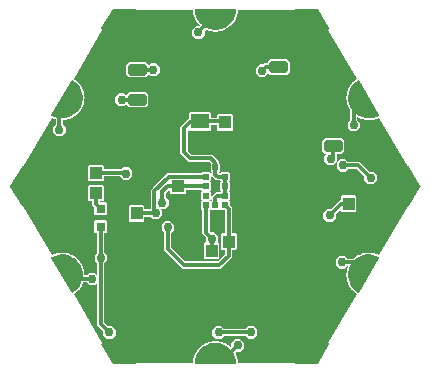
<source format=gbr>
G04 EAGLE Gerber RS-274X export*
G75*
%MOMM*%
%FSLAX34Y34*%
%LPD*%
%INTop Copper*%
%IPPOS*%
%AMOC8*
5,1,8,0,0,1.08239X$1,22.5*%
G01*
%ADD10R,0.800000X0.800000*%
%ADD11R,1.000000X1.100000*%
%ADD12R,1.100000X1.000000*%
%ADD13C,0.499997*%
%ADD14C,1.000000*%
%ADD15R,0.500000X0.500000*%
%ADD16R,1.500000X1.300000*%
%ADD17C,0.756400*%
%ADD18C,0.304800*%

G36*
X278630Y195708D02*
X278630Y195708D01*
X278658Y195706D01*
X278726Y195728D01*
X278797Y195742D01*
X278820Y195758D01*
X278847Y195767D01*
X278902Y195814D01*
X278961Y195855D01*
X278976Y195879D01*
X278998Y195897D01*
X279029Y195962D01*
X279068Y196022D01*
X279073Y196050D01*
X279085Y196076D01*
X279094Y196177D01*
X279101Y196219D01*
X279099Y196229D01*
X279100Y196242D01*
X279043Y196957D01*
X327165Y196957D01*
X327177Y196967D01*
X327176Y196968D01*
X327177Y196969D01*
X327177Y197041D01*
X327242Y197106D01*
X327243Y197110D01*
X327243Y197111D01*
X327246Y197113D01*
X327362Y198517D01*
X327359Y198521D01*
X327361Y198524D01*
X327265Y198684D01*
X327430Y199334D01*
X327429Y199335D01*
X327430Y199336D01*
X327485Y200003D01*
X327627Y200123D01*
X327628Y200128D01*
X327631Y200130D01*
X328000Y201586D01*
X328000Y201587D01*
X328000Y201588D01*
X327998Y201591D01*
X328000Y201594D01*
X327932Y201767D01*
X328201Y202381D01*
X328201Y202382D01*
X328202Y202383D01*
X328366Y203032D01*
X328526Y203127D01*
X328528Y203132D01*
X328531Y203133D01*
X329135Y204509D01*
X329134Y204511D01*
X329135Y204512D01*
X329134Y204514D01*
X329135Y204516D01*
X329097Y204698D01*
X329464Y205259D01*
X329464Y205261D01*
X329465Y205261D01*
X329734Y205874D01*
X329907Y205942D01*
X329909Y205946D01*
X329913Y205947D01*
X330735Y207205D01*
X330734Y207208D01*
X330736Y207210D01*
X330735Y207211D01*
X330737Y207212D01*
X330729Y207398D01*
X331183Y207891D01*
X331183Y207892D01*
X331184Y207892D01*
X331550Y208453D01*
X331733Y208491D01*
X331735Y208495D01*
X331739Y208495D01*
X332757Y209601D01*
X332757Y209605D01*
X332760Y209607D01*
X332783Y209792D01*
X333311Y210203D01*
X333312Y210205D01*
X333313Y210205D01*
X333767Y210698D01*
X333953Y210705D01*
X333956Y210709D01*
X333959Y210708D01*
X335145Y211631D01*
X335146Y211635D01*
X335150Y211637D01*
X335203Y211815D01*
X335792Y212134D01*
X335792Y212136D01*
X335793Y212135D01*
X336322Y212547D01*
X336507Y212524D01*
X336511Y212526D01*
X336514Y212525D01*
X337836Y213240D01*
X337837Y213245D01*
X337841Y213246D01*
X337923Y213413D01*
X338556Y213630D01*
X338557Y213632D01*
X338558Y213631D01*
X339147Y213950D01*
X339326Y213897D01*
X339330Y213899D01*
X339333Y213897D01*
X340754Y214385D01*
X340757Y214389D01*
X340760Y214389D01*
X340868Y214541D01*
X341529Y214651D01*
X341530Y214652D01*
X341531Y214652D01*
X342165Y214869D01*
X342332Y214787D01*
X342336Y214789D01*
X342339Y214786D01*
X343821Y215034D01*
X343824Y215037D01*
X343828Y215037D01*
X343959Y215169D01*
X344629Y215169D01*
X344630Y215170D01*
X344631Y215169D01*
X345292Y215279D01*
X345444Y215171D01*
X345448Y215171D01*
X345451Y215169D01*
X346953Y215169D01*
X346957Y215172D01*
X346960Y215171D01*
X347112Y215279D01*
X347773Y215169D01*
X347774Y215170D01*
X347775Y215169D01*
X348445Y215169D01*
X348576Y215037D01*
X348581Y215037D01*
X348583Y215034D01*
X350065Y214786D01*
X350069Y214789D01*
X350072Y214787D01*
X350239Y214869D01*
X350873Y214652D01*
X350874Y214652D01*
X350875Y214651D01*
X351536Y214541D01*
X351644Y214389D01*
X351648Y214388D01*
X351650Y214385D01*
X353071Y213897D01*
X353075Y213899D01*
X353078Y213897D01*
X353257Y213950D01*
X353846Y213631D01*
X353847Y213631D01*
X353848Y213630D01*
X354481Y213413D01*
X354563Y213246D01*
X354567Y213244D01*
X354568Y213240D01*
X355890Y212525D01*
X355894Y212526D01*
X355897Y212524D01*
X356082Y212547D01*
X356611Y212135D01*
X356612Y212135D01*
X356612Y212134D01*
X357201Y211815D01*
X357254Y211637D01*
X357258Y211634D01*
X357259Y211631D01*
X358445Y210708D01*
X358449Y210708D01*
X358451Y210705D01*
X358637Y210698D01*
X359091Y210205D01*
X359093Y210205D01*
X359093Y210203D01*
X359177Y210138D01*
X359182Y210138D01*
X359184Y210136D01*
X359188Y210139D01*
X359193Y210139D01*
X359599Y210545D01*
X359599Y210549D01*
X359602Y210552D01*
X359601Y210553D01*
X359602Y210554D01*
X359602Y213742D01*
X362711Y216851D01*
X367107Y216851D01*
X370216Y213742D01*
X370216Y209346D01*
X367107Y206237D01*
X363919Y206237D01*
X363915Y206233D01*
X363910Y206234D01*
X362946Y205269D01*
X362945Y205257D01*
X362944Y205254D01*
X363307Y204698D01*
X363269Y204516D01*
X363269Y204515D01*
X363271Y204512D01*
X363269Y204509D01*
X363873Y203133D01*
X363877Y203131D01*
X363878Y203127D01*
X364038Y203032D01*
X364202Y202383D01*
X364203Y202382D01*
X364203Y202381D01*
X364472Y201767D01*
X364404Y201594D01*
X364405Y201591D01*
X364404Y201590D01*
X364405Y201588D01*
X364404Y201586D01*
X364773Y200130D01*
X364777Y200127D01*
X364777Y200123D01*
X364919Y200003D01*
X364974Y199336D01*
X364975Y199335D01*
X364974Y199334D01*
X365139Y198684D01*
X365043Y198524D01*
X365044Y198522D01*
X365043Y198522D01*
X365044Y198521D01*
X365044Y198520D01*
X365042Y198517D01*
X365158Y197113D01*
X365162Y197110D01*
X365162Y197106D01*
X365227Y197041D01*
X365227Y196969D01*
X365237Y196957D01*
X365238Y196958D01*
X365239Y196957D01*
X413361Y196957D01*
X413304Y196242D01*
X413308Y196213D01*
X413303Y196185D01*
X413320Y196116D01*
X413328Y196044D01*
X413343Y196020D01*
X413349Y195992D01*
X413392Y195934D01*
X413428Y195872D01*
X413450Y195855D01*
X413467Y195832D01*
X413529Y195795D01*
X413586Y195752D01*
X413614Y195745D01*
X413638Y195730D01*
X413738Y195714D01*
X413779Y195703D01*
X413789Y195705D01*
X413802Y195703D01*
X432802Y195703D01*
X432878Y195718D01*
X432956Y195727D01*
X432975Y195738D01*
X432997Y195742D01*
X433061Y195786D01*
X433129Y195825D01*
X433145Y195844D01*
X433161Y195855D01*
X433185Y195893D01*
X433235Y195953D01*
X442735Y212453D01*
X442744Y212480D01*
X442760Y212504D01*
X442775Y212574D01*
X442798Y212642D01*
X442795Y212670D01*
X442801Y212698D01*
X442788Y212769D01*
X442782Y212840D01*
X442769Y212865D01*
X442763Y212893D01*
X442723Y212953D01*
X442690Y213016D01*
X442668Y213034D01*
X442652Y213058D01*
X442569Y213116D01*
X442537Y213143D01*
X442526Y213146D01*
X442516Y213153D01*
X441888Y213450D01*
X465940Y255110D01*
X465940Y255113D01*
X465942Y255115D01*
X465939Y255118D01*
X465937Y255126D01*
X465936Y255126D01*
X465936Y255127D01*
X465862Y255169D01*
X465839Y255258D01*
X465834Y255261D01*
X465834Y255265D01*
X464679Y256066D01*
X464675Y256066D01*
X464673Y256068D01*
X464486Y256066D01*
X464007Y256533D01*
X464005Y256533D01*
X464005Y256535D01*
X463455Y256917D01*
X463422Y257100D01*
X463418Y257103D01*
X463418Y257106D01*
X462344Y258153D01*
X462339Y258153D01*
X462338Y258156D01*
X462153Y258184D01*
X461757Y258724D01*
X461756Y258725D01*
X461756Y258726D01*
X461276Y259193D01*
X461273Y259379D01*
X461270Y259383D01*
X461271Y259386D01*
X460384Y260595D01*
X460379Y260596D01*
X460378Y260600D01*
X460201Y260658D01*
X459899Y261256D01*
X459898Y261256D01*
X459898Y261257D01*
X459502Y261797D01*
X459530Y261981D01*
X459527Y261985D01*
X459529Y261989D01*
X458852Y263327D01*
X458848Y263329D01*
X458847Y263332D01*
X458682Y263419D01*
X458483Y264058D01*
X458482Y264059D01*
X458482Y264060D01*
X458180Y264658D01*
X458238Y264835D01*
X458236Y264839D01*
X458238Y264842D01*
X457792Y266274D01*
X457788Y266276D01*
X457787Y266280D01*
X457639Y266392D01*
X457547Y267056D01*
X457546Y267057D01*
X457547Y267058D01*
X457347Y267697D01*
X457434Y267862D01*
X457433Y267863D01*
X457434Y267864D01*
X457433Y267865D01*
X457433Y267866D01*
X457435Y267869D01*
X457230Y269355D01*
X457227Y269358D01*
X457227Y269361D01*
X457099Y269497D01*
X457118Y270166D01*
X457117Y270167D01*
X457118Y270168D01*
X457026Y270832D01*
X457139Y270980D01*
X457138Y270985D01*
X457141Y270987D01*
X457183Y272486D01*
X457180Y272490D01*
X457181Y272493D01*
X457077Y272648D01*
X457206Y273305D01*
X457206Y273306D01*
X457207Y273307D01*
X457225Y273977D01*
X457361Y274105D01*
X457361Y274109D01*
X457364Y274111D01*
X457653Y275582D01*
X457650Y275586D01*
X457652Y275590D01*
X457575Y275759D01*
X457810Y276386D01*
X457810Y276387D01*
X457810Y276388D01*
X457811Y276388D01*
X457940Y277046D01*
X458094Y277150D01*
X458095Y277154D01*
X458099Y277155D01*
X458625Y278559D01*
X458625Y278560D01*
X458624Y278564D01*
X458626Y278567D01*
X458578Y278747D01*
X458592Y278772D01*
X458592Y278774D01*
X458593Y278775D01*
X458594Y278776D01*
X458591Y278780D01*
X458589Y278787D01*
X458585Y278786D01*
X458582Y278790D01*
X457788Y278790D01*
X457783Y278786D01*
X457779Y278786D01*
X455525Y276532D01*
X451128Y276532D01*
X448020Y279640D01*
X448020Y284037D01*
X451128Y287145D01*
X455525Y287145D01*
X457779Y284891D01*
X457785Y284890D01*
X457786Y284888D01*
X457787Y284888D01*
X457788Y284887D01*
X462823Y284887D01*
X462828Y284891D01*
X462832Y284891D01*
X462910Y284986D01*
X463095Y285004D01*
X463098Y285007D01*
X463102Y285006D01*
X464234Y285991D01*
X464234Y285995D01*
X464237Y285997D01*
X464281Y286178D01*
X464852Y286528D01*
X464852Y286530D01*
X464853Y286529D01*
X465359Y286969D01*
X465544Y286956D01*
X465548Y286959D01*
X465551Y286958D01*
X466830Y287742D01*
X466831Y287747D01*
X466834Y287748D01*
X466907Y287919D01*
X467528Y288171D01*
X467528Y288172D01*
X467530Y288172D01*
X468100Y288522D01*
X468281Y288479D01*
X468285Y288481D01*
X468289Y288480D01*
X469678Y289043D01*
X469680Y289047D01*
X469684Y289048D01*
X469784Y289205D01*
X470438Y289351D01*
X470438Y289352D01*
X470439Y289351D01*
X471060Y289603D01*
X471232Y289531D01*
X471236Y289532D01*
X471239Y289530D01*
X472703Y289857D01*
X472705Y289861D01*
X472709Y289861D01*
X472833Y289999D01*
X473502Y290036D01*
X473503Y290037D01*
X473504Y290036D01*
X474158Y290182D01*
X474315Y290082D01*
X474319Y290083D01*
X474320Y290081D01*
X474321Y290081D01*
X474322Y290080D01*
X475819Y290162D01*
X475822Y290165D01*
X475823Y290165D01*
X475826Y290165D01*
X475972Y290281D01*
X476637Y290207D01*
X476638Y290208D01*
X476639Y290207D01*
X477308Y290243D01*
X477447Y290119D01*
X477452Y290119D01*
X477454Y290116D01*
X478944Y289950D01*
X478948Y289953D01*
X478951Y289951D01*
X479114Y290042D01*
X479758Y289859D01*
X479760Y289860D01*
X479760Y289859D01*
X480426Y289785D01*
X480542Y289639D01*
X480547Y289639D01*
X480548Y289635D01*
X481991Y289226D01*
X481995Y289228D01*
X481998Y289227D01*
X482174Y289289D01*
X482779Y289003D01*
X482781Y289004D01*
X482781Y289002D01*
X483426Y288820D01*
X483516Y288657D01*
X483521Y288656D01*
X483522Y288652D01*
X484792Y288052D01*
X484794Y288052D01*
X484795Y288052D01*
X484799Y288052D01*
X484801Y288051D01*
X484890Y288075D01*
X484941Y288045D01*
X484956Y288048D01*
X484956Y288049D01*
X484957Y288049D01*
X509010Y329711D01*
X509618Y329291D01*
X509645Y329280D01*
X509667Y329261D01*
X509736Y329241D01*
X509801Y329213D01*
X509830Y329213D01*
X509858Y329205D01*
X509929Y329213D01*
X510000Y329213D01*
X510027Y329224D01*
X510056Y329227D01*
X510118Y329262D01*
X510183Y329290D01*
X510204Y329310D01*
X510229Y329325D01*
X510292Y329402D01*
X510322Y329432D01*
X510326Y329442D01*
X510335Y329453D01*
X519835Y345953D01*
X519845Y345985D01*
X519854Y345998D01*
X519858Y346022D01*
X519859Y346026D01*
X519890Y346096D01*
X519890Y346120D01*
X519898Y346142D01*
X519892Y346218D01*
X519893Y346295D01*
X519883Y346319D01*
X519882Y346340D01*
X519861Y346379D01*
X519835Y346451D01*
X510335Y362951D01*
X510316Y362973D01*
X510303Y362999D01*
X510250Y363047D01*
X510203Y363100D01*
X510177Y363113D01*
X510156Y363132D01*
X510088Y363155D01*
X510024Y363186D01*
X509995Y363188D01*
X509968Y363197D01*
X509896Y363192D01*
X509825Y363195D01*
X509798Y363185D01*
X509769Y363183D01*
X509679Y363141D01*
X509639Y363126D01*
X509631Y363119D01*
X509618Y363113D01*
X509010Y362693D01*
X484957Y404355D01*
X484949Y404357D01*
X484948Y404359D01*
X484945Y404359D01*
X484942Y404360D01*
X484942Y404359D01*
X484941Y404359D01*
X484890Y404329D01*
X484801Y404353D01*
X484796Y404351D01*
X484792Y404352D01*
X483522Y403752D01*
X483520Y403748D01*
X483516Y403747D01*
X483426Y403584D01*
X482781Y403402D01*
X482780Y403400D01*
X482779Y403401D01*
X482174Y403115D01*
X481998Y403177D01*
X481997Y403177D01*
X481992Y403177D01*
X481991Y403178D01*
X480548Y402769D01*
X480546Y402765D01*
X480542Y402765D01*
X480426Y402619D01*
X479760Y402545D01*
X479760Y402544D01*
X479759Y402544D01*
X479758Y402545D01*
X479114Y402362D01*
X478951Y402453D01*
X478947Y402452D01*
X478944Y402454D01*
X477454Y402288D01*
X477451Y402285D01*
X477447Y402285D01*
X477308Y402161D01*
X476639Y402197D01*
X476638Y402196D01*
X476637Y402197D01*
X475972Y402123D01*
X475826Y402239D01*
X475822Y402239D01*
X475819Y402242D01*
X474322Y402324D01*
X474318Y402321D01*
X474315Y402322D01*
X474158Y402222D01*
X473504Y402368D01*
X473503Y402367D01*
X473502Y402368D01*
X472833Y402405D01*
X472709Y402543D01*
X472704Y402544D01*
X472703Y402547D01*
X471239Y402874D01*
X471235Y402872D01*
X471232Y402873D01*
X471060Y402801D01*
X470439Y403053D01*
X470438Y403052D01*
X470438Y403053D01*
X469784Y403199D01*
X469684Y403356D01*
X469680Y403358D01*
X469678Y403361D01*
X468289Y403924D01*
X468284Y403923D01*
X468281Y403925D01*
X468100Y403882D01*
X467530Y404232D01*
X467528Y404232D01*
X467528Y404233D01*
X466907Y404485D01*
X466834Y404656D01*
X466830Y404658D01*
X466829Y404662D01*
X466442Y404900D01*
X466439Y404899D01*
X466437Y404901D01*
X466433Y404898D01*
X466426Y404897D01*
X466427Y404892D01*
X466424Y404889D01*
X466424Y402479D01*
X466427Y402475D01*
X466427Y402471D01*
X468682Y400216D01*
X468682Y395820D01*
X465573Y392711D01*
X461177Y392711D01*
X458068Y395820D01*
X458068Y400216D01*
X460323Y402471D01*
X460323Y402476D01*
X460326Y402479D01*
X460326Y410547D01*
X460323Y410551D01*
X460323Y410555D01*
X460058Y410876D01*
X460076Y411061D01*
X460074Y411065D01*
X460075Y411068D01*
X459324Y412367D01*
X459320Y412368D01*
X459319Y412371D01*
X459149Y412448D01*
X458914Y413076D01*
X458913Y413076D01*
X458913Y413078D01*
X458578Y413657D01*
X458626Y413837D01*
X458624Y413841D01*
X458625Y413845D01*
X458099Y415249D01*
X458095Y415251D01*
X458094Y415254D01*
X457940Y415358D01*
X457811Y416016D01*
X457810Y416017D01*
X457810Y416018D01*
X457575Y416645D01*
X457652Y416814D01*
X457651Y416819D01*
X457652Y416820D01*
X457652Y416821D01*
X457653Y416822D01*
X457364Y418293D01*
X457361Y418296D01*
X457361Y418299D01*
X457225Y418427D01*
X457207Y419097D01*
X457206Y419098D01*
X457206Y419099D01*
X457077Y419756D01*
X457181Y419911D01*
X457181Y419915D01*
X457183Y419918D01*
X457141Y421417D01*
X457138Y421420D01*
X457139Y421424D01*
X457026Y421572D01*
X457118Y422236D01*
X457117Y422237D01*
X457118Y422238D01*
X457099Y422907D01*
X457227Y423043D01*
X457227Y423047D01*
X457230Y423049D01*
X457435Y424535D01*
X457433Y424539D01*
X457434Y424542D01*
X457347Y424707D01*
X457547Y425346D01*
X457546Y425348D01*
X457547Y425348D01*
X457639Y426012D01*
X457787Y426124D01*
X457788Y426129D01*
X457792Y426130D01*
X458238Y427562D01*
X458238Y427563D01*
X458239Y427564D01*
X458236Y427566D01*
X458238Y427569D01*
X458180Y427746D01*
X458482Y428344D01*
X458482Y428345D01*
X458483Y428346D01*
X458682Y428985D01*
X458847Y429072D01*
X458849Y429076D01*
X458852Y429077D01*
X459529Y430415D01*
X459528Y430417D01*
X459529Y430417D01*
X459528Y430418D01*
X459527Y430420D01*
X459530Y430423D01*
X459502Y430607D01*
X459898Y431147D01*
X459898Y431148D01*
X459899Y431148D01*
X460201Y431746D01*
X460378Y431804D01*
X460380Y431808D01*
X460384Y431809D01*
X461271Y433018D01*
X461271Y433022D01*
X461273Y433025D01*
X461276Y433211D01*
X461756Y433678D01*
X461756Y433680D01*
X461757Y433680D01*
X462153Y434220D01*
X462338Y434248D01*
X462340Y434251D01*
X462344Y434251D01*
X463418Y435298D01*
X463419Y435302D01*
X463422Y435304D01*
X463455Y435487D01*
X464005Y435869D01*
X464005Y435871D01*
X464006Y435871D01*
X464486Y436338D01*
X464673Y436336D01*
X464676Y436339D01*
X464679Y436338D01*
X465834Y437139D01*
X465835Y437144D01*
X465839Y437146D01*
X465862Y437235D01*
X465936Y437277D01*
X465941Y437292D01*
X465940Y437293D01*
X465940Y437294D01*
X441888Y478954D01*
X442516Y479251D01*
X442538Y479268D01*
X442565Y479278D01*
X442617Y479327D01*
X442675Y479370D01*
X442689Y479395D01*
X442710Y479414D01*
X442739Y479480D01*
X442775Y479542D01*
X442778Y479570D01*
X442790Y479596D01*
X442791Y479668D01*
X442800Y479739D01*
X442792Y479766D01*
X442793Y479795D01*
X442757Y479890D01*
X442746Y479930D01*
X442739Y479939D01*
X442735Y479951D01*
X433235Y496451D01*
X433183Y496510D01*
X433137Y496572D01*
X433118Y496583D01*
X433103Y496600D01*
X433033Y496634D01*
X432966Y496674D01*
X432942Y496678D01*
X432924Y496686D01*
X432879Y496688D01*
X432802Y496701D01*
X413802Y496701D01*
X413774Y496696D01*
X413746Y496698D01*
X413678Y496676D01*
X413607Y496662D01*
X413584Y496646D01*
X413557Y496637D01*
X413502Y496590D01*
X413443Y496549D01*
X413428Y496525D01*
X413407Y496507D01*
X413375Y496442D01*
X413336Y496382D01*
X413331Y496354D01*
X413319Y496328D01*
X413310Y496227D01*
X413303Y496185D01*
X413305Y496175D01*
X413304Y496162D01*
X413361Y495447D01*
X365239Y495447D01*
X365227Y495437D01*
X365228Y495436D01*
X365227Y495435D01*
X365227Y495363D01*
X365162Y495298D01*
X365161Y495293D01*
X365158Y495291D01*
X365042Y493887D01*
X365045Y493883D01*
X365043Y493880D01*
X365139Y493720D01*
X364974Y493070D01*
X364975Y493069D01*
X364974Y493068D01*
X364919Y492401D01*
X364777Y492281D01*
X364776Y492276D01*
X364773Y492274D01*
X364404Y490818D01*
X364406Y490813D01*
X364404Y490810D01*
X364472Y490637D01*
X364203Y490023D01*
X364203Y490022D01*
X364202Y490021D01*
X364038Y489372D01*
X363878Y489277D01*
X363876Y489272D01*
X363873Y489271D01*
X363269Y487895D01*
X363271Y487891D01*
X363269Y487888D01*
X363307Y487706D01*
X362940Y487145D01*
X362941Y487143D01*
X362939Y487143D01*
X362670Y486530D01*
X362497Y486462D01*
X362495Y486458D01*
X362491Y486457D01*
X361669Y485199D01*
X361670Y485195D01*
X361667Y485192D01*
X361675Y485006D01*
X361221Y484513D01*
X361221Y484512D01*
X361220Y484512D01*
X360854Y483951D01*
X360671Y483913D01*
X360669Y483909D01*
X360665Y483909D01*
X359647Y482803D01*
X359647Y482799D01*
X359644Y482797D01*
X359621Y482612D01*
X359093Y482201D01*
X359092Y482199D01*
X359091Y482199D01*
X358637Y481706D01*
X358530Y481702D01*
X358451Y481699D01*
X358448Y481696D01*
X358445Y481696D01*
X357259Y480773D01*
X357258Y480769D01*
X357254Y480767D01*
X357201Y480589D01*
X356612Y480270D01*
X356612Y480268D01*
X356611Y480269D01*
X356082Y479857D01*
X355897Y479880D01*
X355893Y479878D01*
X355890Y479879D01*
X354568Y479164D01*
X354567Y479159D01*
X354563Y479158D01*
X354481Y478991D01*
X353848Y478774D01*
X353847Y478772D01*
X353846Y478773D01*
X353257Y478454D01*
X353078Y478507D01*
X353074Y478505D01*
X353071Y478507D01*
X351650Y478019D01*
X351647Y478015D01*
X351644Y478015D01*
X351536Y477863D01*
X350875Y477753D01*
X350874Y477752D01*
X350873Y477752D01*
X350239Y477535D01*
X350072Y477617D01*
X350068Y477615D01*
X350065Y477618D01*
X348583Y477370D01*
X348580Y477367D01*
X348576Y477367D01*
X348445Y477235D01*
X347775Y477235D01*
X347773Y477234D01*
X347773Y477235D01*
X347112Y477125D01*
X346960Y477233D01*
X346956Y477233D01*
X346953Y477235D01*
X345451Y477235D01*
X345447Y477232D01*
X345444Y477233D01*
X345292Y477125D01*
X344631Y477235D01*
X344630Y477234D01*
X344629Y477235D01*
X343959Y477235D01*
X343828Y477367D01*
X343823Y477367D01*
X343821Y477370D01*
X342339Y477618D01*
X342335Y477615D01*
X342332Y477617D01*
X342165Y477535D01*
X341531Y477752D01*
X341530Y477752D01*
X341529Y477753D01*
X340868Y477863D01*
X340760Y478015D01*
X340756Y478016D01*
X340754Y478019D01*
X339333Y478507D01*
X339329Y478505D01*
X339326Y478507D01*
X339147Y478454D01*
X338558Y478773D01*
X338557Y478773D01*
X338556Y478774D01*
X338395Y478829D01*
X338388Y478826D01*
X338383Y478826D01*
X337085Y477528D01*
X337085Y477522D01*
X337082Y477520D01*
X337082Y474331D01*
X333973Y471223D01*
X329577Y471223D01*
X326468Y474331D01*
X326468Y478728D01*
X329577Y481836D01*
X332765Y481836D01*
X332769Y481840D01*
X332773Y481840D01*
X333202Y482268D01*
X333203Y482272D01*
X333204Y482273D01*
X333203Y482275D01*
X333203Y482284D01*
X333201Y482284D01*
X333201Y482286D01*
X332783Y482612D01*
X332760Y482797D01*
X332756Y482800D01*
X332757Y482803D01*
X331739Y483909D01*
X331734Y483910D01*
X331733Y483913D01*
X331550Y483951D01*
X331184Y484512D01*
X331183Y484512D01*
X331183Y484513D01*
X330729Y485006D01*
X330737Y485192D01*
X330734Y485196D01*
X330735Y485199D01*
X329913Y486457D01*
X329908Y486458D01*
X329907Y486462D01*
X329734Y486530D01*
X329465Y487143D01*
X329463Y487144D01*
X329464Y487145D01*
X329097Y487706D01*
X329135Y487888D01*
X329133Y487892D01*
X329135Y487895D01*
X328531Y489271D01*
X328527Y489273D01*
X328526Y489277D01*
X328366Y489372D01*
X328202Y490021D01*
X328201Y490022D01*
X328201Y490023D01*
X327932Y490637D01*
X328000Y490810D01*
X327998Y490815D01*
X328000Y490818D01*
X327631Y492274D01*
X327627Y492277D01*
X327627Y492281D01*
X327485Y492401D01*
X327430Y493068D01*
X327429Y493069D01*
X327430Y493070D01*
X327265Y493720D01*
X327361Y493880D01*
X327360Y493884D01*
X327362Y493887D01*
X327246Y495291D01*
X327242Y495294D01*
X327242Y495298D01*
X327177Y495363D01*
X327177Y495435D01*
X327167Y495447D01*
X327166Y495446D01*
X327165Y495447D01*
X279043Y495447D01*
X279100Y496162D01*
X279096Y496191D01*
X279101Y496219D01*
X279084Y496288D01*
X279076Y496360D01*
X279062Y496384D01*
X279055Y496412D01*
X279012Y496470D01*
X278977Y496532D01*
X278954Y496549D01*
X278937Y496572D01*
X278875Y496609D01*
X278818Y496652D01*
X278790Y496659D01*
X278766Y496674D01*
X278666Y496690D01*
X278625Y496701D01*
X278615Y496699D01*
X278602Y496701D01*
X259602Y496701D01*
X259526Y496686D01*
X259448Y496677D01*
X259429Y496666D01*
X259407Y496662D01*
X259343Y496618D01*
X259275Y496579D01*
X259259Y496560D01*
X259243Y496549D01*
X259219Y496511D01*
X259169Y496451D01*
X249669Y479951D01*
X249660Y479924D01*
X249644Y479900D01*
X249629Y479830D01*
X249606Y479762D01*
X249609Y479734D01*
X249603Y479706D01*
X249617Y479636D01*
X249622Y479564D01*
X249635Y479539D01*
X249641Y479511D01*
X249681Y479451D01*
X249714Y479388D01*
X249736Y479370D01*
X249752Y479346D01*
X249835Y479288D01*
X249867Y479261D01*
X249878Y479258D01*
X249889Y479251D01*
X250516Y478954D01*
X226464Y437294D01*
X226467Y437278D01*
X226468Y437278D01*
X226468Y437277D01*
X226542Y437235D01*
X226565Y437146D01*
X226570Y437143D01*
X226570Y437139D01*
X227725Y436338D01*
X227729Y436338D01*
X227731Y436336D01*
X227918Y436338D01*
X228398Y435871D01*
X228399Y435871D01*
X228399Y435869D01*
X228949Y435487D01*
X228982Y435304D01*
X228986Y435301D01*
X228986Y435298D01*
X230060Y434251D01*
X230065Y434251D01*
X230066Y434248D01*
X230251Y434220D01*
X230647Y433680D01*
X230648Y433679D01*
X230648Y433678D01*
X231128Y433211D01*
X231131Y433025D01*
X231134Y433021D01*
X231133Y433018D01*
X232020Y431809D01*
X232025Y431808D01*
X232026Y431804D01*
X232203Y431746D01*
X232505Y431148D01*
X232506Y431148D01*
X232506Y431147D01*
X232902Y430607D01*
X232874Y430423D01*
X232876Y430420D01*
X232875Y430420D01*
X232877Y430419D01*
X232875Y430415D01*
X233552Y429077D01*
X233556Y429075D01*
X233557Y429072D01*
X233722Y428985D01*
X233921Y428346D01*
X233922Y428345D01*
X233922Y428344D01*
X234224Y427746D01*
X234166Y427569D01*
X234166Y427568D01*
X234165Y427567D01*
X234167Y427565D01*
X234166Y427562D01*
X234612Y426130D01*
X234616Y426128D01*
X234617Y426124D01*
X234765Y426012D01*
X234857Y425348D01*
X234858Y425347D01*
X234857Y425346D01*
X235057Y424707D01*
X234970Y424542D01*
X234971Y424538D01*
X234969Y424535D01*
X235174Y423049D01*
X235177Y423046D01*
X235177Y423043D01*
X235305Y422907D01*
X235286Y422238D01*
X235287Y422237D01*
X235286Y422236D01*
X235378Y421572D01*
X235265Y421424D01*
X235266Y421421D01*
X235264Y421419D01*
X235264Y421418D01*
X235263Y421417D01*
X235221Y419918D01*
X235224Y419914D01*
X235223Y419911D01*
X235327Y419756D01*
X235198Y419099D01*
X235198Y419098D01*
X235197Y419097D01*
X235179Y418427D01*
X235043Y418299D01*
X235043Y418295D01*
X235040Y418293D01*
X234751Y416822D01*
X234754Y416818D01*
X234752Y416814D01*
X234829Y416645D01*
X234594Y416018D01*
X234594Y416016D01*
X234593Y416016D01*
X234464Y415358D01*
X234310Y415254D01*
X234309Y415250D01*
X234305Y415249D01*
X233779Y413845D01*
X233780Y413840D01*
X233780Y413839D01*
X233779Y413839D01*
X233779Y413838D01*
X233778Y413837D01*
X233826Y413657D01*
X233491Y413078D01*
X233491Y413076D01*
X233490Y413076D01*
X233255Y412448D01*
X233085Y412371D01*
X233083Y412367D01*
X233080Y412367D01*
X232329Y411068D01*
X232330Y411064D01*
X232328Y411061D01*
X232346Y410876D01*
X231919Y410359D01*
X231919Y410358D01*
X231918Y410358D01*
X231583Y409778D01*
X231403Y409729D01*
X231400Y409726D01*
X231397Y409726D01*
X230443Y408569D01*
X230443Y408565D01*
X230440Y408562D01*
X230427Y408376D01*
X229922Y407937D01*
X229921Y407935D01*
X229920Y407935D01*
X229494Y407418D01*
X229309Y407400D01*
X229306Y407397D01*
X229302Y407398D01*
X228170Y406413D01*
X228170Y406409D01*
X228167Y406407D01*
X228123Y406226D01*
X227552Y405876D01*
X227552Y405874D01*
X227551Y405875D01*
X227045Y405435D01*
X226860Y405448D01*
X226856Y405445D01*
X226853Y405446D01*
X225574Y404662D01*
X225573Y404657D01*
X225570Y404656D01*
X225497Y404485D01*
X224876Y404233D01*
X224876Y404232D01*
X224874Y404232D01*
X224304Y403882D01*
X224123Y403925D01*
X224119Y403923D01*
X224115Y403924D01*
X222726Y403361D01*
X222724Y403357D01*
X222720Y403356D01*
X222620Y403199D01*
X221966Y403053D01*
X221966Y403052D01*
X221965Y403053D01*
X221344Y402801D01*
X221172Y402873D01*
X221168Y402872D01*
X221165Y402874D01*
X219701Y402547D01*
X219699Y402543D01*
X219695Y402543D01*
X219571Y402405D01*
X218902Y402368D01*
X218901Y402367D01*
X218900Y402368D01*
X218246Y402222D01*
X218089Y402322D01*
X218084Y402321D01*
X218082Y402324D01*
X217068Y402268D01*
X217056Y402257D01*
X217057Y402257D01*
X217056Y402256D01*
X217056Y398771D01*
X217060Y398766D01*
X217060Y398762D01*
X219314Y396508D01*
X219314Y392111D01*
X216206Y389003D01*
X211810Y389003D01*
X208701Y392111D01*
X208701Y396508D01*
X210955Y398762D01*
X210956Y398768D01*
X210959Y398771D01*
X210959Y403014D01*
X210952Y403022D01*
X210950Y403025D01*
X210413Y403178D01*
X210412Y403177D01*
X210407Y403177D01*
X210406Y403177D01*
X210230Y403115D01*
X209625Y403401D01*
X209623Y403400D01*
X209623Y403402D01*
X208978Y403584D01*
X208888Y403747D01*
X208883Y403748D01*
X208882Y403752D01*
X207612Y404352D01*
X207607Y404351D01*
X207603Y404353D01*
X207514Y404329D01*
X207463Y404359D01*
X207461Y404359D01*
X207460Y404359D01*
X207456Y404359D01*
X207454Y404357D01*
X207448Y404356D01*
X207448Y404355D01*
X207447Y404355D01*
X183394Y362693D01*
X182786Y363113D01*
X182759Y363124D01*
X182737Y363143D01*
X182668Y363163D01*
X182603Y363191D01*
X182574Y363191D01*
X182546Y363199D01*
X182475Y363191D01*
X182404Y363192D01*
X182377Y363180D01*
X182348Y363177D01*
X182286Y363142D01*
X182221Y363114D01*
X182200Y363094D01*
X182175Y363079D01*
X182112Y363002D01*
X182082Y362972D01*
X182078Y362962D01*
X182069Y362951D01*
X172569Y346451D01*
X172545Y346378D01*
X172514Y346308D01*
X172514Y346284D01*
X172506Y346262D01*
X172513Y346186D01*
X172512Y346109D01*
X172521Y346085D01*
X172522Y346064D01*
X172543Y346025D01*
X172562Y345973D01*
X172563Y345967D01*
X172565Y345965D01*
X172569Y345953D01*
X182069Y329453D01*
X182088Y329431D01*
X182101Y329405D01*
X182154Y329357D01*
X182201Y329304D01*
X182227Y329291D01*
X182249Y329272D01*
X182316Y329249D01*
X182380Y329218D01*
X182409Y329217D01*
X182436Y329207D01*
X182508Y329212D01*
X182579Y329209D01*
X182606Y329219D01*
X182635Y329221D01*
X182725Y329263D01*
X182765Y329278D01*
X182773Y329285D01*
X182786Y329291D01*
X183394Y329711D01*
X207447Y288049D01*
X207462Y288044D01*
X207462Y288045D01*
X207463Y288045D01*
X207514Y288075D01*
X207603Y288051D01*
X207605Y288052D01*
X207609Y288052D01*
X207610Y288052D01*
X207612Y288052D01*
X208882Y288652D01*
X208884Y288656D01*
X208888Y288657D01*
X208978Y288820D01*
X209623Y289002D01*
X209624Y289004D01*
X209625Y289003D01*
X210230Y289289D01*
X210406Y289227D01*
X210410Y289228D01*
X210413Y289226D01*
X211856Y289635D01*
X211858Y289639D01*
X211862Y289639D01*
X211978Y289785D01*
X212644Y289859D01*
X212645Y289860D01*
X212646Y289859D01*
X213290Y290042D01*
X213453Y289951D01*
X213457Y289952D01*
X213460Y289950D01*
X214950Y290116D01*
X214953Y290119D01*
X214957Y290119D01*
X215096Y290243D01*
X215765Y290207D01*
X215766Y290208D01*
X215767Y290207D01*
X216432Y290281D01*
X216578Y290165D01*
X216582Y290165D01*
X216585Y290162D01*
X218082Y290080D01*
X218083Y290081D01*
X218084Y290081D01*
X218086Y290083D01*
X218089Y290082D01*
X218246Y290182D01*
X218900Y290036D01*
X218901Y290037D01*
X218902Y290036D01*
X219571Y289999D01*
X219695Y289861D01*
X219700Y289860D01*
X219701Y289857D01*
X221165Y289530D01*
X221169Y289532D01*
X221172Y289531D01*
X221344Y289603D01*
X221965Y289351D01*
X221966Y289352D01*
X221966Y289351D01*
X222620Y289205D01*
X222720Y289048D01*
X222724Y289046D01*
X222726Y289043D01*
X224115Y288480D01*
X224120Y288481D01*
X224123Y288479D01*
X224304Y288522D01*
X224874Y288172D01*
X224876Y288172D01*
X224876Y288171D01*
X225497Y287919D01*
X225570Y287748D01*
X225574Y287746D01*
X225575Y287742D01*
X226853Y286958D01*
X226857Y286959D01*
X226860Y286956D01*
X227045Y286969D01*
X227551Y286529D01*
X227552Y286529D01*
X227552Y286528D01*
X228123Y286178D01*
X228167Y285997D01*
X228170Y285994D01*
X228171Y285991D01*
X229302Y285006D01*
X229307Y285006D01*
X229309Y285004D01*
X229494Y284986D01*
X229920Y284469D01*
X229922Y284469D01*
X229922Y284467D01*
X230427Y284028D01*
X230440Y283842D01*
X230443Y283839D01*
X230443Y283835D01*
X231397Y282678D01*
X231401Y282678D01*
X231403Y282674D01*
X231583Y282626D01*
X231918Y282046D01*
X231920Y282046D01*
X231919Y282045D01*
X232346Y281528D01*
X232328Y281343D01*
X232330Y281339D01*
X232329Y281336D01*
X233080Y280037D01*
X233084Y280036D01*
X233085Y280033D01*
X233255Y279956D01*
X233490Y279328D01*
X233491Y279328D01*
X233491Y279326D01*
X233826Y278747D01*
X233778Y278567D01*
X233780Y278564D01*
X233779Y278563D01*
X233780Y278562D01*
X233779Y278559D01*
X234305Y277155D01*
X234309Y277153D01*
X234310Y277150D01*
X234464Y277046D01*
X234593Y276388D01*
X234594Y276387D01*
X234594Y276386D01*
X234829Y275759D01*
X234752Y275590D01*
X234753Y275585D01*
X234751Y275582D01*
X235040Y274111D01*
X235043Y274108D01*
X235043Y274105D01*
X235179Y273977D01*
X235197Y273307D01*
X235198Y273306D01*
X235198Y273305D01*
X235327Y272648D01*
X235223Y272493D01*
X235223Y272489D01*
X235221Y272487D01*
X235221Y272486D01*
X235263Y270987D01*
X235266Y270984D01*
X235265Y270980D01*
X235271Y270973D01*
X235278Y270971D01*
X235281Y270968D01*
X237398Y270968D01*
X237402Y270972D01*
X237406Y270971D01*
X239661Y273226D01*
X244057Y273226D01*
X246118Y271165D01*
X246122Y271165D01*
X246125Y271162D01*
X246128Y271165D01*
X246133Y271164D01*
X246134Y271170D01*
X246138Y271174D01*
X246138Y281149D01*
X246134Y281153D01*
X246134Y281157D01*
X243880Y283412D01*
X243880Y287808D01*
X246046Y289974D01*
X246046Y289979D01*
X246049Y289982D01*
X246049Y306635D01*
X246039Y306647D01*
X246038Y306646D01*
X246037Y306647D01*
X244466Y306647D01*
X243573Y307540D01*
X243573Y316803D01*
X244466Y317696D01*
X253729Y317696D01*
X254623Y316803D01*
X254623Y307540D01*
X253729Y306647D01*
X252159Y306647D01*
X252147Y306637D01*
X252147Y306636D01*
X252147Y306635D01*
X252147Y290160D01*
X252150Y290156D01*
X252150Y290151D01*
X254493Y287808D01*
X254493Y283412D01*
X252239Y281157D01*
X252239Y281153D01*
X252239Y281152D01*
X252235Y281149D01*
X252235Y231252D01*
X252239Y231248D01*
X252239Y231244D01*
X255503Y227979D01*
X255509Y227979D01*
X255512Y227976D01*
X258700Y227976D01*
X261809Y224867D01*
X261809Y220471D01*
X258700Y217362D01*
X254304Y217362D01*
X251195Y220471D01*
X251195Y223659D01*
X251191Y223664D01*
X251192Y223668D01*
X246138Y228721D01*
X246138Y264665D01*
X246135Y264668D01*
X246135Y264672D01*
X246131Y264672D01*
X246128Y264677D01*
X246123Y264673D01*
X246118Y264673D01*
X244057Y262612D01*
X239661Y262612D01*
X237406Y264867D01*
X237401Y264867D01*
X237399Y264869D01*
X237398Y264870D01*
X234183Y264870D01*
X234176Y264864D01*
X234172Y264862D01*
X234166Y264842D01*
X234168Y264838D01*
X234166Y264835D01*
X234224Y264658D01*
X233922Y264060D01*
X233922Y264059D01*
X233921Y264058D01*
X233722Y263419D01*
X233557Y263332D01*
X233555Y263328D01*
X233552Y263327D01*
X232875Y261989D01*
X232877Y261984D01*
X232874Y261981D01*
X232902Y261797D01*
X232506Y261257D01*
X232506Y261256D01*
X232505Y261256D01*
X232203Y260658D01*
X232026Y260600D01*
X232024Y260596D01*
X232020Y260595D01*
X231133Y259386D01*
X231133Y259382D01*
X231131Y259379D01*
X231128Y259193D01*
X230648Y258726D01*
X230648Y258724D01*
X230647Y258724D01*
X230251Y258184D01*
X230066Y258156D01*
X230064Y258153D01*
X230060Y258153D01*
X228986Y257106D01*
X228985Y257102D01*
X228984Y257101D01*
X228982Y257100D01*
X228949Y256917D01*
X228399Y256535D01*
X228399Y256533D01*
X228397Y256533D01*
X227918Y256066D01*
X227731Y256068D01*
X227728Y256065D01*
X227725Y256066D01*
X226570Y255265D01*
X226569Y255260D01*
X226565Y255258D01*
X226542Y255169D01*
X226468Y255127D01*
X226466Y255121D01*
X226462Y255118D01*
X226464Y255115D01*
X226463Y255112D01*
X226464Y255111D01*
X226464Y255110D01*
X250516Y213450D01*
X249889Y213153D01*
X249866Y213136D01*
X249839Y213126D01*
X249787Y213077D01*
X249729Y213034D01*
X249715Y213009D01*
X249694Y212990D01*
X249665Y212924D01*
X249629Y212862D01*
X249626Y212834D01*
X249614Y212808D01*
X249613Y212736D01*
X249604Y212665D01*
X249612Y212638D01*
X249612Y212609D01*
X249647Y212514D01*
X249658Y212474D01*
X249665Y212465D01*
X249669Y212453D01*
X259169Y195953D01*
X259221Y195895D01*
X259267Y195832D01*
X259286Y195821D01*
X259301Y195804D01*
X259371Y195770D01*
X259438Y195730D01*
X259463Y195726D01*
X259480Y195718D01*
X259525Y195716D01*
X259602Y195703D01*
X278602Y195703D01*
X278630Y195708D01*
G37*
%LPC*%
G36*
X318282Y276529D02*
X318282Y276529D01*
X302831Y291980D01*
X302831Y307057D01*
X302827Y307061D01*
X302827Y307066D01*
X300573Y309320D01*
X300573Y313716D01*
X303681Y316825D01*
X308078Y316825D01*
X311186Y313716D01*
X311186Y309320D01*
X308932Y307066D01*
X308931Y307060D01*
X308928Y307058D01*
X308929Y307057D01*
X308928Y307057D01*
X308928Y294511D01*
X308932Y294507D01*
X308932Y294502D01*
X320804Y282630D01*
X320810Y282630D01*
X320812Y282627D01*
X348262Y282627D01*
X348266Y282630D01*
X348270Y282630D01*
X354487Y288847D01*
X354488Y288853D01*
X354491Y288856D01*
X354491Y292379D01*
X354480Y292390D01*
X354479Y292390D01*
X351908Y292390D01*
X351015Y293284D01*
X351015Y305547D01*
X351908Y306440D01*
X354479Y306440D01*
X354491Y306450D01*
X354490Y306451D01*
X354491Y306452D01*
X354491Y325724D01*
X354487Y325728D01*
X354487Y325732D01*
X353906Y326313D01*
X353900Y326314D01*
X353898Y326317D01*
X351058Y326317D01*
X350198Y327177D01*
X350182Y327178D01*
X350182Y327177D01*
X350181Y327177D01*
X349321Y326317D01*
X343058Y326317D01*
X342198Y327177D01*
X342182Y327178D01*
X342182Y327177D01*
X342181Y327177D01*
X341321Y326317D01*
X341250Y326317D01*
X341238Y326307D01*
X341239Y326306D01*
X341238Y326305D01*
X341238Y308213D01*
X341242Y308209D01*
X341242Y308205D01*
X342143Y307304D01*
X342148Y307303D01*
X342151Y307300D01*
X345339Y307300D01*
X348448Y304191D01*
X348448Y299795D01*
X347455Y298802D01*
X347455Y298798D01*
X347453Y298797D01*
X347452Y298795D01*
X347454Y298792D01*
X347454Y298786D01*
X347460Y298786D01*
X347463Y298782D01*
X348650Y298782D01*
X349543Y297889D01*
X349543Y285626D01*
X348650Y284732D01*
X337386Y284732D01*
X336493Y285625D01*
X336493Y297889D01*
X337386Y298782D01*
X338819Y298782D01*
X338822Y298785D01*
X338826Y298784D01*
X338827Y298789D01*
X338831Y298792D01*
X338827Y298797D01*
X338828Y298802D01*
X337835Y299795D01*
X337835Y302984D01*
X337831Y302988D01*
X337831Y302992D01*
X335141Y305682D01*
X335141Y326305D01*
X335130Y326317D01*
X335129Y326316D01*
X335129Y326317D01*
X335058Y326317D01*
X334165Y327210D01*
X334165Y333473D01*
X335025Y334333D01*
X335026Y334349D01*
X335024Y334349D01*
X335025Y334350D01*
X334165Y335210D01*
X334165Y341473D01*
X335025Y342333D01*
X335025Y342341D01*
X335026Y342342D01*
X335025Y342343D01*
X335026Y342349D01*
X335024Y342349D01*
X335025Y342350D01*
X334165Y343210D01*
X334165Y343361D01*
X334154Y343373D01*
X334153Y343372D01*
X334153Y343373D01*
X321666Y343373D01*
X321655Y343362D01*
X321655Y343361D01*
X321655Y340790D01*
X320761Y339897D01*
X308498Y339897D01*
X307605Y340790D01*
X307605Y343361D01*
X307595Y343373D01*
X307594Y343372D01*
X307593Y343373D01*
X306999Y343373D01*
X306994Y343369D01*
X306990Y343369D01*
X304449Y340828D01*
X304448Y340822D01*
X304445Y340819D01*
X304445Y336490D01*
X304449Y336486D01*
X304449Y336481D01*
X306703Y334227D01*
X306703Y329831D01*
X303595Y326722D01*
X300025Y326722D01*
X300022Y326719D01*
X300018Y326720D01*
X300018Y326715D01*
X300014Y326712D01*
X300017Y326707D01*
X300017Y326702D01*
X300848Y325870D01*
X300848Y321474D01*
X297740Y318365D01*
X293344Y318365D01*
X291089Y320620D01*
X291083Y320620D01*
X291081Y320623D01*
X285991Y320623D01*
X285979Y320613D01*
X285980Y320612D01*
X285979Y320612D01*
X285979Y317261D01*
X285086Y316368D01*
X273823Y316368D01*
X272930Y317261D01*
X272930Y329524D01*
X273823Y330418D01*
X285086Y330418D01*
X285979Y329524D01*
X285979Y326733D01*
X285990Y326721D01*
X285991Y326722D01*
X285991Y326721D01*
X291081Y326721D01*
X291085Y326725D01*
X291089Y326724D01*
X291277Y326912D01*
X291277Y326916D01*
X291280Y326919D01*
X291279Y326920D01*
X291280Y326920D01*
X291280Y343420D01*
X293070Y345209D01*
X303589Y355729D01*
X305379Y357518D01*
X322655Y357518D01*
X322779Y357394D01*
X322785Y357394D01*
X322788Y357390D01*
X334153Y357390D01*
X334164Y357401D01*
X334164Y357402D01*
X334165Y357402D01*
X334165Y357473D01*
X335058Y358366D01*
X341321Y358366D01*
X342214Y357473D01*
X342214Y351210D01*
X341354Y350350D01*
X341354Y350346D01*
X341351Y350343D01*
X341353Y350340D01*
X341353Y350334D01*
X341354Y350334D01*
X341354Y350333D01*
X342214Y349473D01*
X342214Y343210D01*
X341354Y342350D01*
X341354Y342346D01*
X341352Y342345D01*
X341354Y342344D01*
X341353Y342334D01*
X341354Y342334D01*
X341354Y342333D01*
X342214Y341473D01*
X342214Y335210D01*
X341354Y334350D01*
X341353Y334334D01*
X341354Y334334D01*
X341354Y334333D01*
X342181Y333506D01*
X342197Y333505D01*
X342197Y333507D01*
X342198Y333506D01*
X343058Y334366D01*
X343129Y334366D01*
X343140Y334377D01*
X343140Y334378D01*
X343141Y334378D01*
X343141Y337927D01*
X346603Y341389D01*
X350153Y341389D01*
X350164Y341400D01*
X350164Y341401D01*
X350165Y341401D01*
X350165Y341473D01*
X351025Y342333D01*
X351025Y342341D01*
X351026Y342342D01*
X351025Y342343D01*
X351026Y342349D01*
X351024Y342349D01*
X351025Y342350D01*
X350165Y343210D01*
X350165Y349473D01*
X351025Y350333D01*
X351025Y350337D01*
X351028Y350340D01*
X351025Y350343D01*
X351026Y350349D01*
X351024Y350349D01*
X351025Y350350D01*
X350165Y351210D01*
X350165Y351281D01*
X350154Y351293D01*
X350153Y351292D01*
X350153Y351293D01*
X346807Y351293D01*
X343141Y354959D01*
X343141Y358305D01*
X343130Y358317D01*
X343129Y358316D01*
X343129Y358317D01*
X343058Y358317D01*
X342165Y359210D01*
X342165Y365473D01*
X342461Y365770D01*
X342461Y365774D01*
X342463Y365775D01*
X342461Y365777D01*
X342462Y365785D01*
X342461Y365785D01*
X342461Y365786D01*
X341196Y367051D01*
X341191Y367052D01*
X341188Y367054D01*
X341188Y367055D01*
X323413Y367055D01*
X316585Y373882D01*
X316585Y396754D01*
X323184Y403353D01*
X324173Y403353D01*
X324185Y403363D01*
X324184Y403364D01*
X324185Y403365D01*
X324185Y408439D01*
X325078Y409332D01*
X341341Y409332D01*
X342235Y408439D01*
X342235Y404368D01*
X342245Y404357D01*
X342246Y404357D01*
X342247Y404356D01*
X347666Y404356D01*
X347678Y404367D01*
X347677Y404368D01*
X347678Y404368D01*
X347678Y406541D01*
X348571Y407434D01*
X359835Y407434D01*
X360728Y406541D01*
X360728Y394278D01*
X359835Y393385D01*
X348571Y393385D01*
X347678Y394278D01*
X347678Y398247D01*
X347668Y398259D01*
X347667Y398258D01*
X347666Y398259D01*
X342247Y398259D01*
X342235Y398249D01*
X342235Y398248D01*
X342235Y398247D01*
X342235Y394176D01*
X341342Y393283D01*
X325078Y393283D01*
X324185Y394176D01*
X324185Y395702D01*
X324182Y395705D01*
X324183Y395709D01*
X324178Y395710D01*
X324175Y395714D01*
X324170Y395710D01*
X324165Y395710D01*
X322686Y394231D01*
X322686Y394227D01*
X322683Y394225D01*
X322684Y394225D01*
X322682Y394223D01*
X322682Y376413D01*
X322686Y376409D01*
X322686Y376405D01*
X325935Y373156D01*
X325940Y373155D01*
X325941Y373154D01*
X325943Y373152D01*
X343718Y373152D01*
X349238Y367632D01*
X349238Y366378D01*
X349248Y366367D01*
X349249Y366367D01*
X349250Y366366D01*
X349321Y366366D01*
X350214Y365473D01*
X350214Y359210D01*
X349321Y358317D01*
X349250Y358317D01*
X349238Y358307D01*
X349239Y358306D01*
X349238Y358305D01*
X349238Y357490D01*
X349242Y357486D01*
X349242Y357482D01*
X349329Y357394D01*
X349335Y357394D01*
X349338Y357390D01*
X350153Y357390D01*
X350164Y357401D01*
X350164Y357402D01*
X350165Y357402D01*
X350165Y357473D01*
X351058Y358366D01*
X357321Y358366D01*
X358214Y357473D01*
X358214Y351210D01*
X357354Y350350D01*
X357354Y350346D01*
X357351Y350343D01*
X357353Y350340D01*
X357353Y350334D01*
X357354Y350334D01*
X357354Y350333D01*
X358214Y349473D01*
X358214Y343210D01*
X357354Y342350D01*
X357354Y342346D01*
X357352Y342345D01*
X357354Y342344D01*
X357353Y342334D01*
X357354Y342334D01*
X357354Y342333D01*
X358214Y341473D01*
X358214Y335210D01*
X357354Y334350D01*
X357353Y334334D01*
X357354Y334334D01*
X357354Y334333D01*
X358214Y333473D01*
X358214Y330633D01*
X358218Y330629D01*
X358218Y330625D01*
X358799Y330044D01*
X360588Y328254D01*
X360588Y306452D01*
X360599Y306440D01*
X360599Y306441D01*
X360600Y306440D01*
X363171Y306440D01*
X364064Y305547D01*
X364064Y293284D01*
X363171Y292390D01*
X360600Y292390D01*
X360588Y292380D01*
X360589Y292379D01*
X360588Y292379D01*
X360588Y286325D01*
X350792Y276529D01*
X318282Y276529D01*
G37*
%LPD*%
G36*
X363231Y195709D02*
X363231Y195709D01*
X363260Y195706D01*
X363327Y195728D01*
X363397Y195742D01*
X363421Y195759D01*
X363449Y195768D01*
X363502Y195815D01*
X363561Y195855D01*
X363577Y195879D01*
X363599Y195899D01*
X363630Y195963D01*
X363668Y196022D01*
X363673Y196051D01*
X363685Y196077D01*
X363694Y196177D01*
X363701Y196219D01*
X363698Y196229D01*
X363700Y196243D01*
X363468Y199041D01*
X363458Y199075D01*
X363454Y199123D01*
X362765Y201844D01*
X362750Y201876D01*
X362738Y201922D01*
X361610Y204494D01*
X361590Y204522D01*
X361571Y204566D01*
X360035Y206917D01*
X360011Y206941D01*
X359985Y206982D01*
X358083Y209047D01*
X358055Y209068D01*
X358022Y209103D01*
X355807Y210828D01*
X355776Y210843D01*
X355738Y210873D01*
X353268Y212209D01*
X353235Y212219D01*
X353193Y212242D01*
X352007Y212650D01*
X350553Y213149D01*
X350537Y213154D01*
X350503Y213159D01*
X350457Y213174D01*
X347688Y213636D01*
X347653Y213635D01*
X347606Y213643D01*
X344798Y213643D01*
X344764Y213636D01*
X344716Y213636D01*
X341947Y213174D01*
X341914Y213162D01*
X341867Y213154D01*
X339211Y212242D01*
X339181Y212225D01*
X339136Y212209D01*
X336666Y210873D01*
X336640Y210851D01*
X336597Y210828D01*
X334382Y209103D01*
X334359Y209077D01*
X334321Y209047D01*
X332419Y206982D01*
X332401Y206952D01*
X332369Y206917D01*
X330833Y204566D01*
X330820Y204534D01*
X330794Y204494D01*
X329666Y201922D01*
X329659Y201889D01*
X329656Y201882D01*
X329650Y201873D01*
X329649Y201867D01*
X329639Y201844D01*
X328950Y199123D01*
X328948Y199088D01*
X328936Y199041D01*
X328704Y196243D01*
X328708Y196214D01*
X328703Y196185D01*
X328720Y196116D01*
X328728Y196046D01*
X328742Y196020D01*
X328749Y195992D01*
X328791Y195935D01*
X328826Y195873D01*
X328850Y195855D01*
X328867Y195832D01*
X328928Y195796D01*
X328985Y195753D01*
X329013Y195745D01*
X329038Y195730D01*
X329136Y195714D01*
X329177Y195703D01*
X329188Y195705D01*
X329202Y195703D01*
X363202Y195703D01*
X363231Y195709D01*
G37*
G36*
X347640Y478768D02*
X347640Y478768D01*
X347688Y478768D01*
X350457Y479230D01*
X350490Y479242D01*
X350537Y479250D01*
X353193Y480162D01*
X353223Y480179D01*
X353268Y480195D01*
X355738Y481531D01*
X355764Y481553D01*
X355807Y481576D01*
X358022Y483301D01*
X358045Y483327D01*
X358083Y483357D01*
X359985Y485422D01*
X360003Y485452D01*
X360035Y485487D01*
X361571Y487838D01*
X361584Y487870D01*
X361610Y487910D01*
X362738Y490482D01*
X362745Y490515D01*
X362765Y490560D01*
X363454Y493281D01*
X363456Y493316D01*
X363468Y493363D01*
X363700Y496161D01*
X363696Y496190D01*
X363701Y496219D01*
X363685Y496288D01*
X363676Y496358D01*
X363662Y496384D01*
X363655Y496412D01*
X363613Y496469D01*
X363578Y496531D01*
X363554Y496549D01*
X363537Y496572D01*
X363476Y496608D01*
X363419Y496651D01*
X363391Y496659D01*
X363366Y496674D01*
X363268Y496690D01*
X363227Y496701D01*
X363216Y496699D01*
X363202Y496701D01*
X329202Y496701D01*
X329173Y496695D01*
X329144Y496698D01*
X329077Y496676D01*
X329007Y496662D01*
X328983Y496645D01*
X328955Y496636D01*
X328902Y496589D01*
X328843Y496549D01*
X328828Y496525D01*
X328806Y496505D01*
X328774Y496441D01*
X328736Y496382D01*
X328731Y496353D01*
X328719Y496327D01*
X328710Y496227D01*
X328703Y496185D01*
X328706Y496175D01*
X328704Y496161D01*
X328936Y493363D01*
X328946Y493329D01*
X328950Y493281D01*
X329639Y490560D01*
X329654Y490528D01*
X329666Y490482D01*
X330794Y487910D01*
X330814Y487882D01*
X330833Y487838D01*
X332369Y485487D01*
X332393Y485463D01*
X332419Y485422D01*
X334321Y483357D01*
X334349Y483336D01*
X334382Y483301D01*
X336597Y481576D01*
X336628Y481561D01*
X336666Y481531D01*
X339136Y480195D01*
X339169Y480185D01*
X339211Y480162D01*
X341867Y479250D01*
X341901Y479246D01*
X341947Y479230D01*
X344716Y478768D01*
X344751Y478769D01*
X344798Y478761D01*
X347606Y478761D01*
X347640Y478768D01*
G37*
G36*
X224809Y256012D02*
X224809Y256012D01*
X224880Y256009D01*
X224907Y256019D01*
X224936Y256021D01*
X225026Y256063D01*
X225066Y256078D01*
X225074Y256086D01*
X225087Y256092D01*
X227390Y257691D01*
X227414Y257717D01*
X227454Y257744D01*
X229463Y259701D01*
X229482Y259730D01*
X229517Y259763D01*
X231176Y262024D01*
X231191Y262055D01*
X231220Y262094D01*
X232484Y264597D01*
X232493Y264631D01*
X232515Y264674D01*
X233351Y267351D01*
X233354Y267385D01*
X233369Y267431D01*
X233752Y270210D01*
X233750Y270244D01*
X233756Y270292D01*
X233677Y273095D01*
X233669Y273129D01*
X233668Y273177D01*
X233129Y275929D01*
X233115Y275961D01*
X233106Y276009D01*
X232121Y278634D01*
X232106Y278659D01*
X232101Y278679D01*
X232093Y278690D01*
X232086Y278709D01*
X230682Y281137D01*
X230659Y281163D01*
X230635Y281205D01*
X228851Y283368D01*
X228824Y283390D01*
X228793Y283427D01*
X226677Y285268D01*
X226647Y285285D01*
X226611Y285317D01*
X224220Y286784D01*
X224188Y286795D01*
X224147Y286821D01*
X221548Y287874D01*
X221514Y287881D01*
X221469Y287899D01*
X218732Y288510D01*
X218697Y288511D01*
X218650Y288522D01*
X215850Y288674D01*
X215816Y288669D01*
X215768Y288672D01*
X212980Y288362D01*
X212947Y288351D01*
X212899Y288346D01*
X210201Y287581D01*
X210171Y287565D01*
X210124Y287552D01*
X207589Y286353D01*
X207565Y286336D01*
X207538Y286326D01*
X207486Y286277D01*
X207429Y286234D01*
X207415Y286209D01*
X207394Y286189D01*
X207365Y286124D01*
X207329Y286063D01*
X207326Y286034D01*
X207314Y286007D01*
X207313Y285936D01*
X207304Y285865D01*
X207312Y285837D01*
X207312Y285808D01*
X207346Y285715D01*
X207358Y285674D01*
X207365Y285665D01*
X207370Y285652D01*
X224370Y256252D01*
X224389Y256230D01*
X224402Y256204D01*
X224455Y256156D01*
X224502Y256103D01*
X224528Y256091D01*
X224550Y256071D01*
X224617Y256048D01*
X224681Y256018D01*
X224710Y256016D01*
X224738Y256007D01*
X224809Y256012D01*
G37*
G36*
X476588Y403735D02*
X476588Y403735D01*
X476636Y403732D01*
X479424Y404042D01*
X479457Y404053D01*
X479505Y404058D01*
X482203Y404823D01*
X482233Y404839D01*
X482280Y404852D01*
X484815Y406051D01*
X484839Y406068D01*
X484866Y406078D01*
X484918Y406127D01*
X484975Y406170D01*
X484989Y406195D01*
X485011Y406215D01*
X485039Y406280D01*
X485075Y406342D01*
X485078Y406370D01*
X485090Y406397D01*
X485091Y406468D01*
X485100Y406539D01*
X485092Y406567D01*
X485092Y406596D01*
X485058Y406689D01*
X485046Y406730D01*
X485039Y406739D01*
X485034Y406752D01*
X468034Y436152D01*
X468015Y436174D01*
X468002Y436200D01*
X467949Y436248D01*
X467902Y436301D01*
X467876Y436313D01*
X467854Y436333D01*
X467787Y436356D01*
X467723Y436386D01*
X467694Y436388D01*
X467666Y436397D01*
X467595Y436392D01*
X467524Y436395D01*
X467497Y436385D01*
X467468Y436383D01*
X467378Y436341D01*
X467338Y436326D01*
X467330Y436318D01*
X467317Y436312D01*
X465014Y434713D01*
X464990Y434688D01*
X464950Y434660D01*
X462941Y432703D01*
X462922Y432674D01*
X462887Y432641D01*
X461228Y430380D01*
X461213Y430349D01*
X461184Y430310D01*
X459920Y427807D01*
X459911Y427773D01*
X459889Y427730D01*
X459053Y425053D01*
X459050Y425019D01*
X459035Y424973D01*
X458652Y422194D01*
X458654Y422160D01*
X458648Y422112D01*
X458727Y419309D01*
X458735Y419275D01*
X458736Y419227D01*
X459275Y416475D01*
X459289Y416443D01*
X459298Y416395D01*
X460283Y413770D01*
X460301Y413740D01*
X460318Y413695D01*
X461722Y411267D01*
X461745Y411241D01*
X461769Y411200D01*
X463553Y409036D01*
X463580Y409014D01*
X463611Y408977D01*
X465727Y407136D01*
X465757Y407119D01*
X465793Y407088D01*
X468184Y405620D01*
X468216Y405609D01*
X468257Y405583D01*
X470856Y404530D01*
X470890Y404523D01*
X470935Y404505D01*
X473672Y403894D01*
X473707Y403893D01*
X473754Y403882D01*
X476554Y403730D01*
X476588Y403735D01*
G37*
G36*
X467628Y256013D02*
X467628Y256013D01*
X467699Y256012D01*
X467726Y256023D01*
X467755Y256027D01*
X467817Y256061D01*
X467882Y256089D01*
X467903Y256110D01*
X467928Y256124D01*
X467991Y256200D01*
X468021Y256231D01*
X468025Y256241D01*
X468034Y256252D01*
X485034Y285652D01*
X485043Y285680D01*
X485060Y285704D01*
X485075Y285773D01*
X485097Y285841D01*
X485095Y285870D01*
X485101Y285898D01*
X485088Y285968D01*
X485082Y286039D01*
X485069Y286065D01*
X485063Y286093D01*
X485023Y286152D01*
X484991Y286215D01*
X484968Y286234D01*
X484952Y286258D01*
X484870Y286315D01*
X484837Y286342D01*
X484827Y286345D01*
X484815Y286353D01*
X482280Y287552D01*
X482246Y287560D01*
X482203Y287581D01*
X479505Y288346D01*
X479470Y288348D01*
X479424Y288362D01*
X476636Y288672D01*
X476602Y288669D01*
X476554Y288674D01*
X473754Y288522D01*
X473720Y288513D01*
X473672Y288510D01*
X470935Y287899D01*
X470903Y287885D01*
X470856Y287874D01*
X468257Y286821D01*
X468228Y286802D01*
X468184Y286784D01*
X465793Y285317D01*
X465768Y285293D01*
X465727Y285268D01*
X463611Y283427D01*
X463590Y283400D01*
X463553Y283368D01*
X461769Y281205D01*
X461753Y281174D01*
X461722Y281137D01*
X460318Y278709D01*
X460307Y278676D01*
X460300Y278663D01*
X460290Y278649D01*
X460290Y278646D01*
X460283Y278634D01*
X459298Y276009D01*
X459292Y275974D01*
X459275Y275929D01*
X458736Y273177D01*
X458736Y273143D01*
X458727Y273095D01*
X458648Y270292D01*
X458654Y270258D01*
X458652Y270210D01*
X459035Y267431D01*
X459047Y267399D01*
X459053Y267351D01*
X459889Y264674D01*
X459906Y264643D01*
X459920Y264597D01*
X461184Y262094D01*
X461206Y262067D01*
X461228Y262024D01*
X462887Y259763D01*
X462913Y259740D01*
X462941Y259701D01*
X464950Y257744D01*
X464979Y257725D01*
X465014Y257691D01*
X467317Y256092D01*
X467344Y256080D01*
X467367Y256062D01*
X467435Y256041D01*
X467500Y256013D01*
X467529Y256013D01*
X467557Y256005D01*
X467628Y256013D01*
G37*
G36*
X218650Y403882D02*
X218650Y403882D01*
X218684Y403891D01*
X218732Y403894D01*
X221469Y404505D01*
X221501Y404519D01*
X221548Y404530D01*
X224147Y405583D01*
X224176Y405602D01*
X224220Y405620D01*
X226611Y407088D01*
X226636Y407111D01*
X226677Y407136D01*
X228793Y408977D01*
X228814Y409004D01*
X228851Y409036D01*
X230635Y411200D01*
X230651Y411230D01*
X230682Y411267D01*
X232086Y413695D01*
X232097Y413728D01*
X232121Y413770D01*
X233106Y416395D01*
X233112Y416430D01*
X233129Y416475D01*
X233668Y419227D01*
X233668Y419262D01*
X233677Y419309D01*
X233756Y422112D01*
X233751Y422146D01*
X233752Y422194D01*
X233369Y424973D01*
X233357Y425005D01*
X233351Y425053D01*
X232515Y427730D01*
X232498Y427761D01*
X232484Y427807D01*
X231220Y430310D01*
X231198Y430337D01*
X231176Y430380D01*
X229517Y432641D01*
X229491Y432664D01*
X229463Y432703D01*
X227454Y434660D01*
X227425Y434679D01*
X227390Y434713D01*
X225087Y436312D01*
X225060Y436324D01*
X225037Y436342D01*
X224969Y436363D01*
X224904Y436391D01*
X224875Y436391D01*
X224847Y436399D01*
X224776Y436391D01*
X224705Y436392D01*
X224678Y436381D01*
X224649Y436377D01*
X224587Y436343D01*
X224522Y436315D01*
X224501Y436294D01*
X224476Y436280D01*
X224413Y436204D01*
X224383Y436173D01*
X224379Y436163D01*
X224370Y436152D01*
X207370Y406752D01*
X207361Y406724D01*
X207344Y406700D01*
X207329Y406631D01*
X207307Y406563D01*
X207309Y406534D01*
X207303Y406506D01*
X207316Y406436D01*
X207322Y406365D01*
X207335Y406339D01*
X207341Y406311D01*
X207381Y406252D01*
X207413Y406189D01*
X207436Y406170D01*
X207452Y406146D01*
X207534Y406089D01*
X207567Y406062D01*
X207577Y406059D01*
X207589Y406051D01*
X210124Y404852D01*
X210158Y404844D01*
X210201Y404823D01*
X212899Y404058D01*
X212934Y404056D01*
X212980Y404042D01*
X215768Y403732D01*
X215802Y403735D01*
X215850Y403730D01*
X218650Y403882D01*
G37*
%LPC*%
G36*
X238891Y351098D02*
X238891Y351098D01*
X237997Y351991D01*
X237997Y363255D01*
X238891Y364148D01*
X251154Y364148D01*
X252047Y363255D01*
X252047Y360684D01*
X252057Y360672D01*
X252058Y360673D01*
X252059Y360672D01*
X266751Y360672D01*
X266756Y360675D01*
X266760Y360675D01*
X268263Y362179D01*
X272660Y362179D01*
X275768Y359070D01*
X275768Y354674D01*
X272660Y351565D01*
X268263Y351565D01*
X265258Y354571D01*
X265252Y354571D01*
X265249Y354574D01*
X252059Y354574D01*
X252047Y354564D01*
X252048Y354563D01*
X252047Y354562D01*
X252047Y351991D01*
X251154Y351098D01*
X238891Y351098D01*
G37*
%LPD*%
%LPC*%
G36*
X383538Y438849D02*
X383538Y438849D01*
X380429Y441958D01*
X380429Y446354D01*
X383538Y449463D01*
X386726Y449463D01*
X386730Y449466D01*
X386735Y449466D01*
X387510Y450241D01*
X390463Y450241D01*
X390474Y450252D01*
X390475Y450253D01*
X390475Y451360D01*
X392832Y453717D01*
X407166Y453717D01*
X409524Y451360D01*
X409524Y443025D01*
X407166Y440668D01*
X392832Y440668D01*
X391063Y442437D01*
X391059Y442437D01*
X391056Y442440D01*
X391055Y442439D01*
X391052Y442437D01*
X391047Y442438D01*
X391047Y442433D01*
X391043Y442429D01*
X391043Y442428D01*
X391043Y441958D01*
X387934Y438849D01*
X383538Y438849D01*
G37*
%LPD*%
%LPC*%
G36*
X441476Y364263D02*
X441476Y364263D01*
X438368Y367372D01*
X438368Y371768D01*
X440331Y373731D01*
X440331Y373735D01*
X440334Y373738D01*
X440331Y373741D01*
X440332Y373747D01*
X440326Y373747D01*
X440322Y373751D01*
X438743Y373751D01*
X436385Y376109D01*
X436385Y384443D01*
X438743Y386801D01*
X453077Y386801D01*
X455434Y384443D01*
X455434Y376109D01*
X453077Y373751D01*
X448970Y373751D01*
X448959Y373741D01*
X448959Y373740D01*
X448958Y373739D01*
X448958Y371796D01*
X448962Y371792D01*
X448962Y371787D01*
X448981Y371768D01*
X448981Y367372D01*
X445873Y364263D01*
X441476Y364263D01*
G37*
%LPD*%
%LPC*%
G36*
X440676Y316397D02*
X440676Y316397D01*
X437568Y319506D01*
X437568Y323902D01*
X440676Y327010D01*
X443865Y327010D01*
X443869Y327014D01*
X443873Y327014D01*
X451429Y334570D01*
X452456Y334570D01*
X452468Y334580D01*
X452467Y334581D01*
X452468Y334581D01*
X452468Y337652D01*
X453361Y338546D01*
X464624Y338546D01*
X465518Y337652D01*
X465518Y325389D01*
X464624Y324496D01*
X453361Y324496D01*
X452468Y325389D01*
X452468Y326957D01*
X452465Y326960D01*
X452466Y326964D01*
X452461Y326965D01*
X452458Y326969D01*
X452456Y326968D01*
X452455Y326968D01*
X452452Y326965D01*
X452448Y326965D01*
X448185Y322702D01*
X448184Y322698D01*
X448182Y322696D01*
X448182Y322695D01*
X448181Y322694D01*
X448181Y319506D01*
X445073Y316397D01*
X440676Y316397D01*
G37*
%LPD*%
%LPC*%
G36*
X272842Y438534D02*
X272842Y438534D01*
X270485Y440892D01*
X270485Y449226D01*
X272843Y451583D01*
X287177Y451583D01*
X289534Y449226D01*
X289534Y448579D01*
X289537Y448576D01*
X289537Y448572D01*
X289541Y448571D01*
X289545Y448567D01*
X289549Y448571D01*
X289555Y448571D01*
X291400Y450416D01*
X295797Y450416D01*
X298905Y447308D01*
X298905Y442911D01*
X295797Y439803D01*
X291400Y439803D01*
X289555Y441649D01*
X289551Y441649D01*
X289548Y441652D01*
X289547Y441651D01*
X289547Y441652D01*
X289546Y441652D01*
X289544Y441649D01*
X289539Y441650D01*
X289539Y441645D01*
X289534Y441641D01*
X289535Y441641D01*
X289534Y441640D01*
X289534Y440892D01*
X287177Y438534D01*
X272842Y438534D01*
G37*
%LPD*%
%LPC*%
G36*
X272842Y413134D02*
X272842Y413134D01*
X270485Y415492D01*
X270485Y415923D01*
X270482Y415926D01*
X270482Y415930D01*
X270478Y415930D01*
X270474Y415935D01*
X270470Y415931D01*
X270465Y415931D01*
X268885Y414352D01*
X264489Y414352D01*
X261381Y417461D01*
X261381Y421857D01*
X264489Y424966D01*
X268885Y424966D01*
X270465Y423386D01*
X270469Y423386D01*
X270471Y423383D01*
X270475Y423386D01*
X270480Y423385D01*
X270481Y423391D01*
X270485Y423395D01*
X270485Y423826D01*
X272843Y426183D01*
X287177Y426183D01*
X289534Y423826D01*
X289534Y415492D01*
X287177Y413134D01*
X272842Y413134D01*
G37*
%LPD*%
%LPC*%
G36*
X244466Y321647D02*
X244466Y321647D01*
X243573Y322540D01*
X243573Y328380D01*
X243569Y328384D01*
X243570Y328388D01*
X241973Y329985D01*
X241973Y334086D01*
X241963Y334098D01*
X241962Y334097D01*
X241961Y334098D01*
X238891Y334098D01*
X237997Y334991D01*
X237997Y346255D01*
X238891Y347148D01*
X251154Y347148D01*
X252047Y346255D01*
X252047Y334991D01*
X251154Y334098D01*
X248083Y334098D01*
X248071Y334088D01*
X248072Y334087D01*
X248071Y334086D01*
X248071Y332708D01*
X248081Y332697D01*
X248082Y332697D01*
X248083Y332696D01*
X253729Y332696D01*
X254623Y331803D01*
X254623Y322540D01*
X253729Y321647D01*
X244466Y321647D01*
G37*
%LPD*%
%LPC*%
G36*
X475411Y348160D02*
X475411Y348160D01*
X472302Y351268D01*
X472302Y354457D01*
X472298Y354461D01*
X472299Y354465D01*
X465838Y360925D01*
X465833Y360926D01*
X465830Y360929D01*
X458554Y360929D01*
X458550Y360925D01*
X458546Y360925D01*
X456291Y358671D01*
X451895Y358671D01*
X448786Y361779D01*
X448786Y366176D01*
X451895Y369284D01*
X456291Y369284D01*
X458546Y367030D01*
X458551Y367029D01*
X458554Y367026D01*
X468361Y367026D01*
X476610Y358777D01*
X476616Y358776D01*
X476619Y358773D01*
X479807Y358773D01*
X482916Y355665D01*
X482916Y351268D01*
X479807Y348160D01*
X475411Y348160D01*
G37*
%LPD*%
%LPC*%
G36*
X346798Y217362D02*
X346798Y217362D01*
X343689Y220471D01*
X343689Y224867D01*
X346798Y227976D01*
X351194Y227976D01*
X353438Y225732D01*
X353444Y225731D01*
X353447Y225728D01*
X371914Y225728D01*
X371918Y225732D01*
X371922Y225732D01*
X374179Y227989D01*
X378575Y227989D01*
X381684Y224880D01*
X381684Y220484D01*
X378575Y217375D01*
X374179Y217375D01*
X371927Y219627D01*
X371921Y219627D01*
X371919Y219631D01*
X353467Y219631D01*
X353463Y219627D01*
X353459Y219627D01*
X351194Y217362D01*
X346798Y217362D01*
G37*
%LPD*%
D10*
X249098Y327172D03*
X249098Y312172D03*
D11*
X458993Y331521D03*
X475993Y331521D03*
D12*
X245022Y340623D03*
X245022Y357623D03*
D13*
X274510Y422159D02*
X285510Y422159D01*
X285510Y417159D01*
X274510Y417159D01*
X274510Y422159D01*
X274510Y421909D02*
X285510Y421909D01*
X285510Y442559D02*
X274510Y442559D01*
X274510Y447559D01*
X285510Y447559D01*
X285510Y442559D01*
X285510Y447309D02*
X274510Y447309D01*
X394499Y444692D02*
X405499Y444692D01*
X394499Y444692D02*
X394499Y449692D01*
X405499Y449692D01*
X405499Y444692D01*
X405499Y449442D02*
X394499Y449442D01*
X440410Y377776D02*
X451410Y377776D01*
X440410Y377776D02*
X440410Y382776D01*
X451410Y382776D01*
X451410Y377776D01*
X451410Y382526D02*
X440410Y382526D01*
D14*
X428802Y489302D03*
X511402Y346202D03*
X428802Y203102D03*
X263602Y203102D03*
X181002Y346202D03*
X263602Y489302D03*
X470102Y417702D03*
X470102Y274702D03*
X346202Y203102D03*
X222302Y274702D03*
X222302Y417702D03*
X346202Y489302D03*
D15*
X354189Y362342D03*
X354189Y354342D03*
X354189Y346342D03*
X354189Y338342D03*
X354189Y330342D03*
X346189Y330342D03*
X338189Y330342D03*
X338189Y338342D03*
X338189Y346342D03*
X338189Y354342D03*
X338189Y362342D03*
X346189Y362342D03*
D11*
X354203Y383409D03*
X354203Y400409D03*
D16*
X333210Y382308D03*
X333210Y401308D03*
D11*
X357539Y299415D03*
X374539Y299415D03*
X279455Y323393D03*
X262455Y323393D03*
D12*
X314630Y346422D03*
X314630Y329422D03*
D11*
X343018Y291757D03*
X326018Y291757D03*
D17*
X348996Y222669D03*
D18*
X349006Y222679D01*
X376375Y222679D02*
X376377Y222682D01*
D17*
X376377Y222682D03*
D18*
X376375Y222679D02*
X349006Y222679D01*
X249187Y285610D02*
X249098Y285699D01*
D17*
X249187Y285610D03*
D18*
X249098Y285699D02*
X249098Y312172D01*
X249187Y229984D02*
X256502Y222669D01*
X249187Y229984D02*
X249187Y285610D01*
D17*
X256502Y222669D03*
X477609Y353466D03*
D18*
X467098Y363978D01*
X454093Y363978D01*
D17*
X454093Y363978D03*
D18*
X326018Y291757D02*
X314630Y303145D01*
X314630Y329422D01*
D17*
X314630Y303145D03*
X396621Y384937D03*
D18*
X396621Y376174D01*
X382789Y362342D01*
X314630Y329422D02*
X312899Y329422D01*
X295669Y312191D02*
X271945Y312191D01*
X262455Y321682D01*
X262455Y323393D01*
X295669Y312191D02*
X312899Y329422D01*
X303528Y362342D02*
X338189Y362342D01*
D17*
X308178Y398894D03*
D18*
X428802Y422932D02*
X428802Y489302D01*
X396621Y390754D02*
X396621Y384937D01*
X475993Y331521D02*
X496721Y331521D01*
X511402Y346202D01*
X251785Y348671D02*
X183471Y348671D01*
X181002Y346202D01*
X374539Y299415D02*
X374539Y257365D01*
X401721Y230183D01*
X428802Y203102D01*
X290683Y230183D02*
X263602Y203102D01*
X290683Y230183D02*
X401721Y230183D01*
X443887Y299415D02*
X475993Y331521D01*
X443887Y299415D02*
X374539Y299415D01*
X396624Y390754D02*
X428802Y422932D01*
X396624Y390754D02*
X396621Y390754D01*
X308178Y466951D02*
X285827Y489302D01*
X263602Y489302D01*
X308178Y466951D02*
X308178Y398894D01*
X251785Y348671D02*
X262455Y338001D01*
X262455Y323393D01*
X279187Y338001D02*
X303528Y362342D01*
X279187Y338001D02*
X262455Y338001D01*
X308178Y366992D02*
X308178Y398894D01*
X308178Y366992D02*
X303528Y362342D01*
X366319Y362318D02*
X374539Y354098D01*
X366319Y362318D02*
X354213Y362318D01*
X354189Y362342D01*
X374539Y354098D02*
X374539Y299415D01*
X366342Y362342D02*
X382789Y362342D01*
X366342Y362342D02*
X366319Y362318D01*
X354189Y362342D02*
X354189Y383396D01*
X354203Y383409D01*
X334298Y383396D02*
X333210Y382308D01*
X334298Y383396D02*
X354189Y383396D01*
X406451Y466951D02*
X428802Y489302D01*
X406451Y466951D02*
X308178Y466951D01*
D17*
X241859Y267919D03*
D18*
X229085Y267919D01*
X222302Y274702D01*
D17*
X214008Y394310D03*
D18*
X214008Y409408D01*
X222302Y417702D01*
D17*
X270461Y356872D03*
D18*
X269710Y357623D01*
X245022Y357623D01*
X245022Y340623D02*
X245022Y331247D01*
X249098Y327172D01*
D17*
X442874Y321704D03*
D18*
X452692Y331521D01*
X458993Y331521D01*
D17*
X331775Y476529D03*
D18*
X344547Y489302D01*
X346202Y489302D01*
X388772Y447192D02*
X399999Y447192D01*
X388772Y447192D02*
X385736Y444156D01*
D17*
X385736Y444156D03*
D18*
X445910Y380276D02*
X445910Y371805D01*
X443675Y369570D01*
D17*
X443675Y369570D03*
X453327Y281838D03*
D18*
X462966Y281838D01*
X470102Y274702D01*
D17*
X364909Y211544D03*
D18*
X356467Y203102D01*
X346202Y203102D01*
D17*
X463375Y398018D03*
D18*
X463375Y410975D01*
X470102Y417702D01*
X280010Y419659D02*
X266687Y419659D01*
D17*
X266687Y419659D03*
D18*
X280010Y445059D02*
X293548Y445059D01*
X293599Y445110D01*
D17*
X293599Y445110D03*
X343141Y301993D03*
D18*
X343141Y291880D01*
X343018Y291757D01*
X343141Y301993D02*
X338189Y306945D01*
X338189Y330342D01*
X338189Y354342D02*
X321520Y354342D01*
X321392Y354470D01*
X306641Y354470D01*
X294329Y342157D01*
X294329Y324885D01*
X295542Y323672D01*
D17*
X295542Y323672D03*
D18*
X279734Y323672D02*
X279455Y323393D01*
X279734Y323672D02*
X295542Y323672D01*
X314630Y346422D02*
X338109Y346422D01*
X338189Y346342D01*
D17*
X301396Y332029D03*
D18*
X301396Y342087D01*
X305731Y346422D02*
X314630Y346422D01*
X305731Y346422D02*
X301396Y342087D01*
X354189Y330342D02*
X357539Y326992D01*
X357539Y299415D01*
X357539Y287588D01*
X349529Y279578D01*
X319545Y279578D01*
X305880Y293243D01*
X305880Y311518D01*
D17*
X305880Y311518D03*
D18*
X354189Y346342D02*
X354189Y354342D01*
X354189Y346342D02*
X354189Y338342D01*
X346189Y336664D02*
X346189Y330342D01*
X346189Y336664D02*
X347866Y338341D01*
X354188Y338341D01*
X354189Y338342D01*
X346189Y356222D02*
X346189Y362342D01*
X348070Y354342D02*
X354189Y354342D01*
X348070Y354342D02*
X346189Y356222D01*
X346189Y366370D02*
X342456Y370103D01*
X346189Y366370D02*
X346189Y362342D01*
X354101Y400308D02*
X354203Y400409D01*
X342456Y370103D02*
X324676Y370103D01*
X319634Y375145D01*
X319634Y395491D01*
X324447Y400304D01*
X333206Y400304D01*
X333210Y401308D01*
X353101Y401308D01*
X354101Y400308D01*
M02*

</source>
